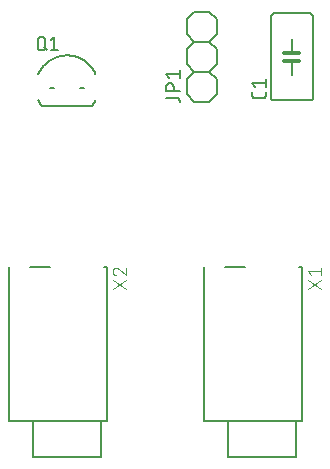
<source format=gbr>
G04 EAGLE Gerber X2 export*
%TF.Part,Single*%
%TF.FileFunction,Legend,Top,1*%
%TF.FilePolarity,Positive*%
%TF.GenerationSoftware,Autodesk,EAGLE,9.0.0*%
%TF.CreationDate,2019-09-16T04:44:38Z*%
G75*
%MOMM*%
%FSLAX34Y34*%
%LPD*%
%AMOC8*
5,1,8,0,0,1.08239X$1,22.5*%
G01*
%ADD10C,0.304800*%
%ADD11C,0.152400*%
%ADD12C,0.127000*%
%ADD13C,0.203200*%
%ADD14C,0.101600*%


D10*
X438150Y301752D02*
X444500Y301752D01*
X450850Y301752D01*
D11*
X444500Y301752D02*
X444500Y289560D01*
D10*
X444500Y308102D02*
X438150Y308102D01*
X444500Y308102D02*
X450850Y308102D01*
D11*
X444500Y308102D02*
X444500Y320040D01*
X429260Y267970D02*
X459740Y267970D01*
X462280Y270510D02*
X462280Y339090D01*
X459740Y341630D02*
X429260Y341630D01*
X426720Y339090D02*
X426720Y270510D01*
X426720Y339090D02*
X426722Y339190D01*
X426728Y339289D01*
X426738Y339389D01*
X426751Y339487D01*
X426769Y339586D01*
X426790Y339683D01*
X426815Y339779D01*
X426844Y339875D01*
X426877Y339969D01*
X426913Y340062D01*
X426953Y340153D01*
X426997Y340243D01*
X427044Y340331D01*
X427094Y340417D01*
X427148Y340501D01*
X427205Y340583D01*
X427265Y340662D01*
X427329Y340740D01*
X427395Y340814D01*
X427464Y340886D01*
X427536Y340955D01*
X427610Y341021D01*
X427688Y341085D01*
X427767Y341145D01*
X427849Y341202D01*
X427933Y341256D01*
X428019Y341306D01*
X428107Y341353D01*
X428197Y341397D01*
X428288Y341437D01*
X428381Y341473D01*
X428475Y341506D01*
X428571Y341535D01*
X428667Y341560D01*
X428764Y341581D01*
X428863Y341599D01*
X428961Y341612D01*
X429061Y341622D01*
X429160Y341628D01*
X429260Y341630D01*
X459740Y341630D02*
X459840Y341628D01*
X459939Y341622D01*
X460039Y341612D01*
X460137Y341599D01*
X460236Y341581D01*
X460333Y341560D01*
X460429Y341535D01*
X460525Y341506D01*
X460619Y341473D01*
X460712Y341437D01*
X460803Y341397D01*
X460893Y341353D01*
X460981Y341306D01*
X461067Y341256D01*
X461151Y341202D01*
X461233Y341145D01*
X461312Y341085D01*
X461390Y341021D01*
X461464Y340955D01*
X461536Y340886D01*
X461605Y340814D01*
X461671Y340740D01*
X461735Y340662D01*
X461795Y340583D01*
X461852Y340501D01*
X461906Y340417D01*
X461956Y340331D01*
X462003Y340243D01*
X462047Y340153D01*
X462087Y340062D01*
X462123Y339969D01*
X462156Y339875D01*
X462185Y339779D01*
X462210Y339683D01*
X462231Y339586D01*
X462249Y339487D01*
X462262Y339389D01*
X462272Y339289D01*
X462278Y339190D01*
X462280Y339090D01*
X462280Y270510D02*
X462278Y270410D01*
X462272Y270311D01*
X462262Y270211D01*
X462249Y270113D01*
X462231Y270014D01*
X462210Y269917D01*
X462185Y269821D01*
X462156Y269725D01*
X462123Y269631D01*
X462087Y269538D01*
X462047Y269447D01*
X462003Y269357D01*
X461956Y269269D01*
X461906Y269183D01*
X461852Y269099D01*
X461795Y269017D01*
X461735Y268938D01*
X461671Y268860D01*
X461605Y268786D01*
X461536Y268714D01*
X461464Y268645D01*
X461390Y268579D01*
X461312Y268515D01*
X461233Y268455D01*
X461151Y268398D01*
X461067Y268344D01*
X460981Y268294D01*
X460893Y268247D01*
X460803Y268203D01*
X460712Y268163D01*
X460619Y268127D01*
X460525Y268094D01*
X460429Y268065D01*
X460333Y268040D01*
X460236Y268019D01*
X460137Y268001D01*
X460039Y267988D01*
X459939Y267978D01*
X459840Y267972D01*
X459740Y267970D01*
X429260Y267970D02*
X429160Y267972D01*
X429061Y267978D01*
X428961Y267988D01*
X428863Y268001D01*
X428764Y268019D01*
X428667Y268040D01*
X428571Y268065D01*
X428475Y268094D01*
X428381Y268127D01*
X428288Y268163D01*
X428197Y268203D01*
X428107Y268247D01*
X428019Y268294D01*
X427933Y268344D01*
X427849Y268398D01*
X427767Y268455D01*
X427688Y268515D01*
X427610Y268579D01*
X427536Y268645D01*
X427464Y268714D01*
X427395Y268786D01*
X427329Y268860D01*
X427265Y268938D01*
X427205Y269017D01*
X427148Y269099D01*
X427094Y269183D01*
X427044Y269269D01*
X426997Y269357D01*
X426953Y269447D01*
X426913Y269538D01*
X426877Y269631D01*
X426844Y269725D01*
X426815Y269821D01*
X426790Y269917D01*
X426769Y270014D01*
X426751Y270113D01*
X426738Y270211D01*
X426728Y270311D01*
X426722Y270410D01*
X426720Y270510D01*
D12*
X422275Y272415D02*
X422275Y274955D01*
X422275Y272415D02*
X422273Y272315D01*
X422267Y272216D01*
X422257Y272116D01*
X422244Y272018D01*
X422226Y271919D01*
X422205Y271822D01*
X422180Y271726D01*
X422151Y271630D01*
X422118Y271536D01*
X422082Y271443D01*
X422042Y271352D01*
X421998Y271262D01*
X421951Y271174D01*
X421901Y271088D01*
X421847Y271004D01*
X421790Y270922D01*
X421730Y270843D01*
X421666Y270765D01*
X421600Y270691D01*
X421531Y270619D01*
X421459Y270550D01*
X421385Y270484D01*
X421307Y270420D01*
X421228Y270360D01*
X421146Y270303D01*
X421062Y270249D01*
X420976Y270199D01*
X420888Y270152D01*
X420798Y270108D01*
X420707Y270068D01*
X420614Y270032D01*
X420520Y269999D01*
X420424Y269970D01*
X420328Y269945D01*
X420231Y269924D01*
X420132Y269906D01*
X420034Y269893D01*
X419934Y269883D01*
X419835Y269877D01*
X419735Y269875D01*
X413385Y269875D01*
X413285Y269877D01*
X413186Y269883D01*
X413086Y269893D01*
X412988Y269906D01*
X412889Y269924D01*
X412792Y269945D01*
X412696Y269970D01*
X412600Y269999D01*
X412506Y270032D01*
X412413Y270068D01*
X412322Y270108D01*
X412232Y270152D01*
X412144Y270199D01*
X412058Y270249D01*
X411974Y270303D01*
X411892Y270360D01*
X411813Y270420D01*
X411735Y270484D01*
X411661Y270550D01*
X411589Y270619D01*
X411520Y270691D01*
X411454Y270765D01*
X411390Y270843D01*
X411330Y270922D01*
X411273Y271004D01*
X411219Y271088D01*
X411169Y271174D01*
X411122Y271262D01*
X411078Y271352D01*
X411038Y271443D01*
X411002Y271536D01*
X410969Y271630D01*
X410940Y271726D01*
X410915Y271822D01*
X410894Y271919D01*
X410876Y272018D01*
X410863Y272116D01*
X410853Y272216D01*
X410847Y272315D01*
X410845Y272415D01*
X410845Y274955D01*
X413385Y279437D02*
X410845Y282612D01*
X422275Y282612D01*
X422275Y279437D02*
X422275Y285787D01*
D11*
X355600Y285750D02*
X355600Y273050D01*
X355600Y285750D02*
X361950Y292100D01*
X374650Y292100D01*
X381000Y285750D01*
X361950Y292100D02*
X355600Y298450D01*
X355600Y311150D01*
X361950Y317500D01*
X374650Y317500D01*
X381000Y311150D01*
X381000Y298450D01*
X374650Y292100D01*
X374650Y266700D02*
X361950Y266700D01*
X355600Y273050D01*
X374650Y266700D02*
X381000Y273050D01*
X381000Y285750D01*
X361950Y317500D02*
X355600Y323850D01*
X355600Y336550D01*
X361950Y342900D01*
X374650Y342900D01*
X381000Y336550D01*
X381000Y323850D01*
X374650Y317500D01*
D12*
X346837Y270383D02*
X337947Y270383D01*
X346837Y270383D02*
X346937Y270381D01*
X347036Y270375D01*
X347136Y270365D01*
X347234Y270352D01*
X347333Y270334D01*
X347430Y270313D01*
X347526Y270288D01*
X347622Y270259D01*
X347716Y270226D01*
X347809Y270190D01*
X347900Y270150D01*
X347990Y270106D01*
X348078Y270059D01*
X348164Y270009D01*
X348248Y269955D01*
X348330Y269898D01*
X348409Y269838D01*
X348487Y269774D01*
X348561Y269708D01*
X348633Y269639D01*
X348702Y269567D01*
X348768Y269493D01*
X348832Y269415D01*
X348892Y269336D01*
X348949Y269254D01*
X349003Y269170D01*
X349053Y269084D01*
X349100Y268996D01*
X349144Y268906D01*
X349184Y268815D01*
X349220Y268722D01*
X349253Y268628D01*
X349282Y268532D01*
X349307Y268436D01*
X349328Y268339D01*
X349346Y268240D01*
X349359Y268142D01*
X349369Y268042D01*
X349375Y267943D01*
X349377Y267843D01*
X349377Y266573D01*
X349377Y276363D02*
X337947Y276363D01*
X337947Y279538D01*
X337949Y279649D01*
X337955Y279759D01*
X337964Y279870D01*
X337978Y279980D01*
X337995Y280089D01*
X338016Y280198D01*
X338041Y280306D01*
X338070Y280413D01*
X338102Y280519D01*
X338138Y280624D01*
X338178Y280727D01*
X338221Y280829D01*
X338268Y280930D01*
X338319Y281029D01*
X338372Y281126D01*
X338429Y281220D01*
X338490Y281313D01*
X338553Y281404D01*
X338620Y281493D01*
X338690Y281579D01*
X338763Y281662D01*
X338838Y281744D01*
X338916Y281822D01*
X338998Y281897D01*
X339081Y281970D01*
X339167Y282040D01*
X339256Y282107D01*
X339347Y282170D01*
X339440Y282231D01*
X339535Y282288D01*
X339631Y282341D01*
X339730Y282392D01*
X339831Y282439D01*
X339933Y282482D01*
X340036Y282522D01*
X340141Y282558D01*
X340247Y282590D01*
X340354Y282619D01*
X340462Y282644D01*
X340571Y282665D01*
X340680Y282682D01*
X340790Y282696D01*
X340901Y282705D01*
X341011Y282711D01*
X341122Y282713D01*
X341233Y282711D01*
X341343Y282705D01*
X341454Y282696D01*
X341564Y282682D01*
X341673Y282665D01*
X341782Y282644D01*
X341890Y282619D01*
X341997Y282590D01*
X342103Y282558D01*
X342208Y282522D01*
X342311Y282482D01*
X342413Y282439D01*
X342514Y282392D01*
X342613Y282341D01*
X342710Y282288D01*
X342804Y282231D01*
X342897Y282170D01*
X342988Y282107D01*
X343077Y282040D01*
X343163Y281970D01*
X343246Y281897D01*
X343328Y281822D01*
X343406Y281744D01*
X343481Y281662D01*
X343554Y281579D01*
X343624Y281493D01*
X343691Y281404D01*
X343754Y281313D01*
X343815Y281220D01*
X343872Y281126D01*
X343925Y281029D01*
X343976Y280930D01*
X344023Y280829D01*
X344066Y280727D01*
X344106Y280624D01*
X344142Y280519D01*
X344174Y280413D01*
X344203Y280306D01*
X344228Y280198D01*
X344249Y280089D01*
X344266Y279980D01*
X344280Y279870D01*
X344289Y279759D01*
X344295Y279649D01*
X344297Y279538D01*
X344297Y276363D01*
X340487Y287222D02*
X337947Y290397D01*
X349377Y290397D01*
X349377Y287222D02*
X349377Y293572D01*
X274950Y262890D02*
X233050Y262890D01*
X229870Y290759D02*
X230153Y291343D01*
X230451Y291919D01*
X230762Y292488D01*
X231087Y293049D01*
X231426Y293602D01*
X231778Y294147D01*
X232143Y294683D01*
X232521Y295210D01*
X232912Y295727D01*
X233315Y296235D01*
X233731Y296733D01*
X234158Y297221D01*
X234597Y297698D01*
X235048Y298165D01*
X235510Y298620D01*
X235983Y299064D01*
X236466Y299496D01*
X236960Y299917D01*
X237464Y300325D01*
X237978Y300721D01*
X238501Y301104D01*
X239033Y301475D01*
X239575Y301832D01*
X240124Y302176D01*
X240682Y302507D01*
X241248Y302824D01*
X241821Y303127D01*
X242402Y303416D01*
X242989Y303691D01*
X243583Y303952D01*
X244183Y304198D01*
X244789Y304429D01*
X245401Y304646D01*
X246017Y304847D01*
X246638Y305034D01*
X247264Y305205D01*
X247893Y305361D01*
X248526Y305502D01*
X249163Y305628D01*
X249802Y305737D01*
X250443Y305832D01*
X251087Y305910D01*
X251733Y305973D01*
X252380Y306021D01*
X253027Y306052D01*
X253676Y306068D01*
X254324Y306068D01*
X254973Y306052D01*
X255620Y306021D01*
X256267Y305973D01*
X256913Y305910D01*
X257557Y305832D01*
X258198Y305737D01*
X258837Y305628D01*
X259474Y305502D01*
X260107Y305361D01*
X260736Y305205D01*
X261362Y305034D01*
X261983Y304847D01*
X262599Y304646D01*
X263211Y304429D01*
X263817Y304198D01*
X264417Y303952D01*
X265011Y303691D01*
X265598Y303416D01*
X266179Y303127D01*
X266752Y302824D01*
X267318Y302507D01*
X267876Y302176D01*
X268425Y301832D01*
X268967Y301475D01*
X269499Y301104D01*
X270022Y300721D01*
X270536Y300325D01*
X271040Y299917D01*
X271534Y299496D01*
X272017Y299064D01*
X272490Y298620D01*
X272952Y298165D01*
X273403Y297698D01*
X273842Y297221D01*
X274269Y296733D01*
X274685Y296235D01*
X275088Y295727D01*
X275479Y295210D01*
X275857Y294683D01*
X276222Y294147D01*
X276574Y293602D01*
X276913Y293049D01*
X277238Y292488D01*
X277549Y291919D01*
X277847Y291343D01*
X278130Y290759D01*
X233050Y262890D02*
X232680Y263371D01*
X232321Y263860D01*
X231973Y264357D01*
X231636Y264862D01*
X231311Y265375D01*
X230998Y265895D01*
X230696Y266422D01*
X230407Y266955D01*
X230130Y267495D01*
X229865Y268041D01*
X239960Y278130D02*
X242640Y278130D01*
X265360Y278130D02*
X268040Y278130D01*
X278247Y268282D02*
X277976Y267709D01*
X277691Y267143D01*
X277394Y266584D01*
X277083Y266032D01*
X276758Y265488D01*
X276422Y264952D01*
X276072Y264423D01*
X275710Y263903D01*
X275336Y263392D01*
X274950Y262890D01*
X229235Y313690D02*
X229235Y318770D01*
X229237Y318881D01*
X229243Y318991D01*
X229252Y319102D01*
X229266Y319212D01*
X229283Y319321D01*
X229304Y319430D01*
X229329Y319538D01*
X229358Y319645D01*
X229390Y319751D01*
X229426Y319856D01*
X229466Y319959D01*
X229509Y320061D01*
X229556Y320162D01*
X229607Y320261D01*
X229660Y320358D01*
X229717Y320452D01*
X229778Y320545D01*
X229841Y320636D01*
X229908Y320725D01*
X229978Y320811D01*
X230051Y320894D01*
X230126Y320976D01*
X230204Y321054D01*
X230286Y321129D01*
X230369Y321202D01*
X230455Y321272D01*
X230544Y321339D01*
X230635Y321402D01*
X230728Y321463D01*
X230823Y321520D01*
X230919Y321573D01*
X231018Y321624D01*
X231119Y321671D01*
X231221Y321714D01*
X231324Y321754D01*
X231429Y321790D01*
X231535Y321822D01*
X231642Y321851D01*
X231750Y321876D01*
X231859Y321897D01*
X231968Y321914D01*
X232078Y321928D01*
X232189Y321937D01*
X232299Y321943D01*
X232410Y321945D01*
X232521Y321943D01*
X232631Y321937D01*
X232742Y321928D01*
X232852Y321914D01*
X232961Y321897D01*
X233070Y321876D01*
X233178Y321851D01*
X233285Y321822D01*
X233391Y321790D01*
X233496Y321754D01*
X233599Y321714D01*
X233701Y321671D01*
X233802Y321624D01*
X233901Y321573D01*
X233998Y321520D01*
X234092Y321463D01*
X234185Y321402D01*
X234276Y321339D01*
X234365Y321272D01*
X234451Y321202D01*
X234534Y321129D01*
X234616Y321054D01*
X234694Y320976D01*
X234769Y320894D01*
X234842Y320811D01*
X234912Y320725D01*
X234979Y320636D01*
X235042Y320545D01*
X235103Y320452D01*
X235160Y320358D01*
X235213Y320261D01*
X235264Y320162D01*
X235311Y320061D01*
X235354Y319959D01*
X235394Y319856D01*
X235430Y319751D01*
X235462Y319645D01*
X235491Y319538D01*
X235516Y319430D01*
X235537Y319321D01*
X235554Y319212D01*
X235568Y319102D01*
X235577Y318991D01*
X235583Y318881D01*
X235585Y318770D01*
X235585Y313690D01*
X235583Y313579D01*
X235577Y313469D01*
X235568Y313358D01*
X235554Y313248D01*
X235537Y313139D01*
X235516Y313030D01*
X235491Y312922D01*
X235462Y312815D01*
X235430Y312709D01*
X235394Y312604D01*
X235354Y312501D01*
X235311Y312399D01*
X235264Y312298D01*
X235213Y312199D01*
X235160Y312102D01*
X235103Y312008D01*
X235042Y311915D01*
X234979Y311824D01*
X234912Y311735D01*
X234842Y311649D01*
X234769Y311566D01*
X234694Y311484D01*
X234616Y311406D01*
X234534Y311331D01*
X234451Y311258D01*
X234365Y311188D01*
X234276Y311121D01*
X234185Y311058D01*
X234092Y310997D01*
X233997Y310940D01*
X233901Y310887D01*
X233802Y310836D01*
X233701Y310789D01*
X233599Y310746D01*
X233496Y310706D01*
X233391Y310670D01*
X233285Y310638D01*
X233178Y310609D01*
X233070Y310584D01*
X232961Y310563D01*
X232852Y310546D01*
X232742Y310532D01*
X232631Y310523D01*
X232521Y310517D01*
X232410Y310515D01*
X232299Y310517D01*
X232189Y310523D01*
X232078Y310532D01*
X231968Y310546D01*
X231859Y310563D01*
X231750Y310584D01*
X231642Y310609D01*
X231535Y310638D01*
X231429Y310670D01*
X231324Y310706D01*
X231221Y310746D01*
X231119Y310789D01*
X231018Y310836D01*
X230919Y310887D01*
X230823Y310940D01*
X230728Y310997D01*
X230635Y311058D01*
X230544Y311121D01*
X230455Y311188D01*
X230369Y311258D01*
X230286Y311331D01*
X230204Y311406D01*
X230126Y311484D01*
X230051Y311566D01*
X229978Y311649D01*
X229908Y311735D01*
X229841Y311824D01*
X229778Y311915D01*
X229717Y312008D01*
X229660Y312103D01*
X229607Y312199D01*
X229556Y312298D01*
X229509Y312399D01*
X229466Y312501D01*
X229426Y312604D01*
X229390Y312709D01*
X229358Y312815D01*
X229329Y312922D01*
X229304Y313030D01*
X229283Y313139D01*
X229266Y313248D01*
X229252Y313358D01*
X229243Y313469D01*
X229237Y313579D01*
X229235Y313690D01*
X234315Y313055D02*
X236855Y310515D01*
X240296Y319405D02*
X243471Y321945D01*
X243471Y310515D01*
X240296Y310515D02*
X246646Y310515D01*
D13*
X453100Y126900D02*
X453100Y-3600D01*
X370100Y-3600D01*
X370100Y126900D01*
X388100Y126900D02*
X404600Y126900D01*
X450100Y126900D02*
X453100Y126900D01*
X448100Y-4600D02*
X448100Y-33600D01*
X390100Y-33600D01*
X390100Y-4600D01*
D14*
X469392Y107922D02*
X457708Y115711D01*
X457708Y107922D02*
X469392Y115711D01*
X460304Y120001D02*
X457708Y123246D01*
X469392Y123246D01*
X469392Y120001D02*
X469392Y126492D01*
D13*
X288000Y126900D02*
X288000Y-3600D01*
X205000Y-3600D01*
X205000Y126900D01*
X223000Y126900D02*
X239500Y126900D01*
X285000Y126900D02*
X288000Y126900D01*
X283000Y-4600D02*
X283000Y-33600D01*
X225000Y-33600D01*
X225000Y-4600D01*
D14*
X304292Y107922D02*
X292608Y115711D01*
X292608Y107922D02*
X304292Y115711D01*
X295529Y126492D02*
X295422Y126490D01*
X295316Y126484D01*
X295210Y126474D01*
X295104Y126461D01*
X294998Y126443D01*
X294894Y126422D01*
X294790Y126397D01*
X294687Y126368D01*
X294586Y126336D01*
X294486Y126299D01*
X294387Y126259D01*
X294289Y126216D01*
X294193Y126169D01*
X294099Y126118D01*
X294007Y126064D01*
X293917Y126007D01*
X293829Y125947D01*
X293744Y125883D01*
X293661Y125816D01*
X293580Y125746D01*
X293502Y125674D01*
X293426Y125598D01*
X293354Y125520D01*
X293284Y125439D01*
X293217Y125356D01*
X293153Y125271D01*
X293093Y125183D01*
X293036Y125093D01*
X292982Y125001D01*
X292931Y124907D01*
X292884Y124811D01*
X292841Y124713D01*
X292801Y124614D01*
X292764Y124514D01*
X292732Y124413D01*
X292703Y124310D01*
X292678Y124206D01*
X292657Y124102D01*
X292639Y123996D01*
X292626Y123890D01*
X292616Y123784D01*
X292610Y123678D01*
X292608Y123571D01*
X292610Y123450D01*
X292616Y123329D01*
X292626Y123209D01*
X292639Y123088D01*
X292657Y122969D01*
X292678Y122849D01*
X292703Y122731D01*
X292732Y122614D01*
X292765Y122497D01*
X292801Y122382D01*
X292842Y122268D01*
X292885Y122155D01*
X292933Y122043D01*
X292984Y121934D01*
X293039Y121826D01*
X293097Y121719D01*
X293158Y121615D01*
X293223Y121513D01*
X293291Y121413D01*
X293362Y121315D01*
X293436Y121219D01*
X293513Y121126D01*
X293594Y121036D01*
X293677Y120948D01*
X293763Y120863D01*
X293852Y120780D01*
X293943Y120701D01*
X294037Y120624D01*
X294133Y120551D01*
X294231Y120481D01*
X294332Y120414D01*
X294435Y120350D01*
X294540Y120290D01*
X294647Y120232D01*
X294755Y120179D01*
X294865Y120129D01*
X294977Y120083D01*
X295090Y120040D01*
X295205Y120001D01*
X297801Y125518D02*
X297723Y125597D01*
X297643Y125673D01*
X297560Y125746D01*
X297474Y125816D01*
X297387Y125883D01*
X297296Y125947D01*
X297204Y126007D01*
X297110Y126065D01*
X297013Y126119D01*
X296915Y126169D01*
X296815Y126216D01*
X296714Y126260D01*
X296611Y126300D01*
X296506Y126336D01*
X296401Y126368D01*
X296294Y126397D01*
X296187Y126422D01*
X296078Y126444D01*
X295969Y126461D01*
X295860Y126475D01*
X295750Y126484D01*
X295639Y126490D01*
X295529Y126492D01*
X297801Y125518D02*
X304292Y120001D01*
X304292Y126492D01*
M02*

</source>
